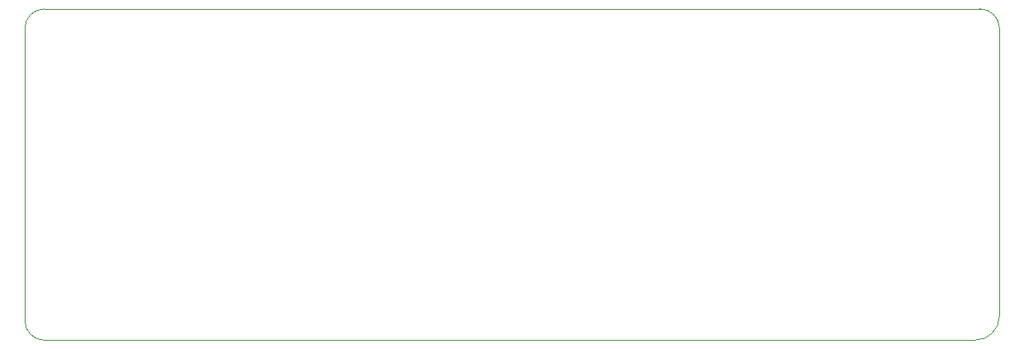
<source format=gm1>
G04 #@! TF.GenerationSoftware,KiCad,Pcbnew,6.0.11-2627ca5db0~126~ubuntu22.04.1*
G04 #@! TF.CreationDate,2024-05-05T17:07:35-04:00*
G04 #@! TF.ProjectId,io-board,696f2d62-6f61-4726-942e-6b696361645f,rev?*
G04 #@! TF.SameCoordinates,Original*
G04 #@! TF.FileFunction,Profile,NP*
%FSLAX46Y46*%
G04 Gerber Fmt 4.6, Leading zero omitted, Abs format (unit mm)*
G04 Created by KiCad (PCBNEW 6.0.11-2627ca5db0~126~ubuntu22.04.1) date 2024-05-05 17:07:35*
%MOMM*%
%LPD*%
G01*
G04 APERTURE LIST*
G04 #@! TA.AperFunction,Profile*
%ADD10C,0.100000*%
G04 #@! TD*
G04 APERTURE END LIST*
D10*
X197872600Y-71210000D02*
G75*
G03*
X195872598Y-69210000I-2000000J0D01*
G01*
X97872598Y-71210000D02*
X97872598Y-101210000D01*
X99872598Y-69210000D02*
X195872598Y-69210000D01*
X197872598Y-100710000D02*
X197872598Y-71210000D01*
X97872600Y-101210000D02*
G75*
G03*
X99872598Y-103210000I2000000J0D01*
G01*
X99872598Y-103210000D02*
X195372598Y-103210000D01*
X195372598Y-103209998D02*
G75*
G03*
X197872598Y-100710000I2J2499998D01*
G01*
X99872598Y-69209998D02*
G75*
G03*
X97872598Y-71210000I2J-2000002D01*
G01*
M02*

</source>
